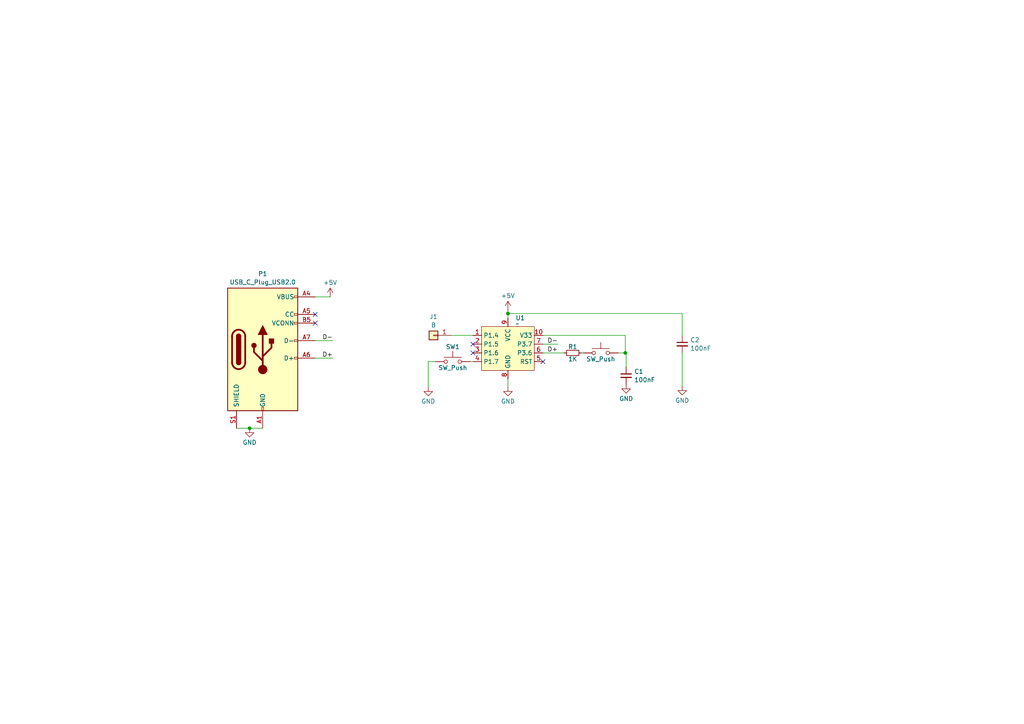
<source format=kicad_sch>
(kicad_sch (version 20231120) (generator "eeschema") (generator_version "8.0")
  (paper "A4")
  (lib_symbols
    (symbol "Connector:USB_C_Plug_USB2.0" (pin_names (offset 1.016))
      (property "Reference" "P" (at -10.16 19.05 0))
      (property "Value" "USB_C_Plug_USB2.0" (at 12.7 19.05 0))
      (symbol "USB_C_Plug_USB2.0_0_0"
        (rectangle (start -0.254 -17.78) (end 0.254 -16.764))
        (rectangle (start 10.16 -2.286) (end 9.144 -2.794))
        (rectangle (start 10.16 2.794) (end 9.144 2.286))
        (rectangle (start 10.16 7.874) (end 9.144 7.366))
        (rectangle (start 10.16 10.414) (end 9.144 9.906))
        (rectangle (start 10.16 15.494) (end 9.144 14.986))
      )
      (symbol "USB_C_Plug_USB2.0_0_1"
        (rectangle (start -10.16 17.78) (end 10.16 -17.78) (stroke (width 0.254)) (fill (type background)))
        (arc (start -8.89 -3.81) (mid -6.985 -5.7067) (end -5.08 -3.81) (stroke (width 0.508)))
        (arc (start -7.62 -3.81) (mid -6.985 -4.4423) (end -6.35 -3.81) (stroke (width 0.254)))
        (arc (start -7.62 -3.81) (mid -6.985 -4.4423) (end -6.35 -3.81) (stroke (width 0.254)) (fill (type outline)))
        (rectangle (start -7.62 -3.81) (end -6.35 3.81) (stroke (width 0.254)) (fill (type outline)))
        (arc (start -6.35 3.81) (mid -6.985 4.4423) (end -7.62 3.81) (stroke (width 0.254)))
        (arc (start -6.35 3.81) (mid -6.985 4.4423) (end -7.62 3.81) (stroke (width 0.254)) (fill (type outline)))
        (arc (start -5.08 3.81) (mid -6.985 5.7067) (end -8.89 3.81) (stroke (width 0.508)))
        (circle (center -2.54 1.143) (radius 0.635) (stroke (width 0.254)) (fill (type outline)))
        (circle (center 0 -5.842) (radius 1.27) (fill (type outline)))
        (polyline (pts (xy -8.89 -3.81) (xy -8.89 3.81)) (stroke (width 0.508)))
        (polyline (pts (xy -5.08 3.81) (xy -5.08 -3.81)) (stroke (width 0.508)))
        (polyline (pts (xy 0 -5.842) (xy 0 4.318)) (stroke (width 0.508)))
        (polyline (pts (xy 0 -3.302) (xy -2.54 -0.762) (xy -2.54 0.508)) (stroke (width 0.508)))
        (polyline (pts (xy 0 -2.032) (xy 2.54 0.508) (xy 2.54 1.778)) (stroke (width 0.508)))
        (polyline (pts (xy -1.27 4.318) (xy 0 6.858) (xy 1.27 4.318) (xy -1.27 4.318)) (stroke (width 0.254)) (fill (type outline)))
        (rectangle (start 1.905 1.778) (end 3.175 3.048) (stroke (width 0.254)) (fill (type outline)))
      )
      (symbol "USB_C_Plug_USB2.0_1_1"
        (pin passive line (at 0 -22.86 90) (length 5.08) (name "GND") (number "A1"))
        (pin passive line (at 0 -22.86 90) (length 5.08) hide (name "GND") (number "A12"))
        (pin passive line (at 15.24 15.24 180) (length 5.08) (name "VBUS") (number "A4"))
        (pin bidirectional line (at 15.24 10.16 180) (length 5.08) (name "CC") (number "A5"))
        (pin bidirectional line (at 15.24 -2.54 180) (length 5.08) (name "D+") (number "A6"))
        (pin bidirectional line (at 15.24 2.54 180) (length 5.08) (name "D-") (number "A7"))
        (pin passive line (at 15.24 15.24 180) (length 5.08) hide (name "VBUS") (number "A9"))
        (pin passive line (at 0 -22.86 90) (length 5.08) hide (name "GND") (number "B1"))
        (pin passive line (at 0 -22.86 90) (length 5.08) hide (name "GND") (number "B12"))
        (pin passive line (at 15.24 15.24 180) (length 5.08) hide (name "VBUS") (number "B4"))
        (pin bidirectional line (at 15.24 7.62 180) (length 5.08) (name "VCONN") (number "B5"))
        (pin passive line (at 15.24 15.24 180) (length 5.08) hide (name "VBUS") (number "B9"))
        (pin passive line (at -7.62 -22.86 90) (length 5.08) (name "SHIELD") (number "S1"))
      )
    )
    (symbol "Connector_Generic:Conn_01x01" (pin_names (offset 1.016) hide)
      (property "Reference" "J" (at 0 2.54 0))
      (property "Value" "Conn_01x01" (at 0 -2.54 0))
      (symbol "Conn_01x01_1_1"
        (rectangle (start -1.27 0.127) (end 0 -0.127) (stroke (width 0.1524)))
        (rectangle (start -1.27 1.27) (end 1.27 -1.27) (stroke (width 0.254)) (fill (type background)))
        (pin passive line (at -5.08 0 0) (length 3.81) (name "Pin_1") (number "1"))
      )
    )
    (symbol "Device:C_Small" (pin_numbers hide) (pin_names (offset 0.254) hide)
      (property "Reference" "C" (at 0.254 1.778 0))
      (property "Value" "C_Small" (at 0.254 -2.032 0))
      (symbol "C_Small_0_1"
        (polyline (pts (xy -1.524 -0.508) (xy 1.524 -0.508)) (stroke (width 0.3302)))
        (polyline (pts (xy -1.524 0.508) (xy 1.524 0.508)) (stroke (width 0.3048)))
      )
      (symbol "C_Small_1_1"
        (pin passive line (at 0 2.54 270) (length 2.032) (name "~") (number "1"))
        (pin passive line (at 0 -2.54 90) (length 2.032) (name "~") (number "2"))
      )
    )
    (symbol "Device:R_Small" (pin_numbers hide) (pin_names (offset 0.254) hide)
      (property "Reference" "R" (at 0.762 0.508 0))
      (property "Value" "R_Small" (at 0.762 -1.016 0))
      (symbol "R_Small_0_1"
        (rectangle (start -0.762 1.778) (end 0.762 -1.778) (stroke (width 0.2032)))
      )
      (symbol "R_Small_1_1"
        (pin passive line (at 0 2.54 270) (length 0.762) (name "~") (number "1"))
        (pin passive line (at 0 -2.54 90) (length 0.762) (name "~") (number "2"))
      )
    )
    (symbol "Switch:SW_Push" (pin_numbers hide) (pin_names (offset 1.016) hide)
      (property "Reference" "SW" (at 1.27 2.54 0))
      (property "Value" "SW_Push" (at 0 -1.524 0))
      (symbol "SW_Push_0_1"
        (circle (center -2.032 0) (radius 0.508))
        (polyline (pts (xy 0 1.27) (xy 0 3.048)))
        (polyline (pts (xy 2.54 1.27) (xy -2.54 1.27)))
        (circle (center 2.032 0) (radius 0.508))
        (pin passive line (at -5.08 0 0) (length 2.54) (name "1") (number "1"))
        (pin passive line (at 5.08 0 180) (length 2.54) (name "2") (number "2"))
      )
    )
    (symbol "easyeda2kicad:CH552"
      (property "Reference" "U" (at 0 -8.89 0))
      (symbol "CH552_0_1"
        (rectangle (start -7.62 -2.54) (end 7.62 -15.24) (fill (type background)))
        (pin unspecified line (at 10.16 -5.08 180) (length 2.54) (name "V33") (number "10"))
      )
      (symbol "CH552_1_1"
        (pin unspecified line (at -10.16 -5.08 0) (length 2.54) (name "P1.4") (number "1"))
        (pin unspecified line (at -10.16 -7.62 0) (length 2.54) (name "P1.5") (number "2"))
        (pin unspecified line (at -10.16 -10.16 0) (length 2.54) (name "P1.6") (number "3"))
        (pin unspecified line (at -10.16 -12.7 0) (length 2.54) (name "P1.7") (number "4"))
        (pin unspecified line (at 10.16 -12.7 180) (length 2.54) (name "RST") (number "5"))
        (pin unspecified line (at 10.16 -10.16 180) (length 2.54) (name "P3.6") (number "6"))
        (pin unspecified line (at 10.16 -7.62 180) (length 2.54) (name "P3.7") (number "7"))
        (pin unspecified line (at 0 -17.78 90) (length 2.54) (name "GND") (number "8"))
        (pin unspecified line (at 0 0 270) (length 2.54) (name "VCC") (number "9"))
      )
    )
    (symbol "power:+5V" (power) (pin_numbers hide) (pin_names (offset 0) hide)
      (property "Value" "+5V" (at 0 3.556 0))
      (symbol "+5V_0_1"
        (polyline (pts (xy -0.762 1.27) (xy 0 2.54)))
        (polyline (pts (xy 0 0) (xy 0 2.54)))
        (polyline (pts (xy 0 2.54) (xy 0.762 1.27)))
      )
      (symbol "+5V_1_1"
        (pin power_in line (at 0 0 90) (length 0) (name "~") (number "1"))
      )
    )
    (symbol "power:GND" (power) (pin_numbers hide) (pin_names (offset 0) hide)
      (property "Value" "GND" (at 0 -3.81 0))
      (symbol "GND_0_1"
        (polyline (pts (xy 0 0) (xy 0 -1.27) (xy 1.27 -1.27) (xy 0 -2.54) (xy -1.27 -1.27) (xy 0 -1.27)))
      )
      (symbol "GND_1_1"
        (pin power_in line (at 0 0 270) (length 0) (name "~") (number "1"))
      )
    )
  )
  (junction (at 72.39 124.206))
  (junction (at 147.32 90.932))
  (junction (at 181.356 102.362))
  (no_connect (at 91.44 93.726))
  (no_connect (at 137.16 99.822))
  (no_connect (at 137.16 102.362))
  (no_connect (at 157.48 104.902))
  (no_connect (at 91.44 91.186))
  (wire (pts (xy 137.16 97.282) (xy 130.81 97.282)))
  (wire (pts (xy 181.61 102.362) (xy 181.356 102.362)))
  (wire (pts (xy 181.356 97.282) (xy 181.356 102.362)))
  (wire (pts (xy 95.758 86.106) (xy 91.44 86.106)))
  (wire (pts (xy 136.398 104.902) (xy 137.16 104.902)))
  (wire (pts (xy 157.48 97.282) (xy 181.356 97.282)))
  (wire (pts (xy 147.32 90.932) (xy 147.32 92.202)))
  (wire (pts (xy 147.32 90.932) (xy 197.866 90.932)))
  (wire (pts (xy 169.164 102.362) (xy 168.656 102.362)))
  (wire (pts (xy 179.324 102.362) (xy 181.356 102.362)))
  (wire (pts (xy 157.48 102.362) (xy 163.576 102.362)))
  (wire (pts (xy 161.798 99.822) (xy 157.48 99.822)))
  (wire (pts (xy 197.866 90.932) (xy 197.866 97.282)))
  (wire (pts (xy 96.52 98.806) (xy 91.44 98.806)))
  (wire (pts (xy 76.2 124.206) (xy 72.39 124.206)))
  (wire (pts (xy 126.238 104.902) (xy 124.206 104.902)))
  (wire (pts (xy 96.52 103.886) (xy 91.44 103.886)))
  (wire (pts (xy 181.61 102.362) (xy 181.61 106.426)))
  (wire (pts (xy 147.32 109.982) (xy 147.32 112.268)))
  (wire (pts (xy 147.32 89.916) (xy 147.32 90.932)))
  (wire (pts (xy 124.206 104.902) (xy 124.206 112.268)))
  (wire (pts (xy 72.39 124.206) (xy 68.58 124.206)))
  (wire (pts (xy 197.866 102.362) (xy 197.866 112.014)))
  (label "D+" (at 96.52 103.886 180))
  (label "D-" (at 161.798 99.822 180))
  (label "D+" (at 161.798 102.362 180))
  (label "D-" (at 96.52 98.806 180))
  (symbol (lib_id "Device:C_Small") (at 197.866 99.822 0) (unit 1)
    (property "Reference" "C2" (at 200.1901 98.6161 0) (effects (justify left)))
    (property "Value" "100nF" (at 200.1901 101.0404 0) (effects (justify left)))
    (property "Footprint" "Capacitor_SMD:C_0603_1608Metric" (effects (hide yes)))
    (property "Description" "Unpolarized capacitor, small symbol" (effects (hide yes)))
  )
  (symbol (lib_id "power:GND") (at 124.206 112.268 0) (unit 1)
    (property "Reference" "#PWR04" (effects (hide yes)))
    (property "Value" "GND" (at 124.206 116.4011 0))
    (property "Description" "Power symbol creates a global label with name \"GND\" , ground" (effects (hide yes)))
  )
  (symbol (lib_id "Switch:SW_Push") (at 174.244 102.362 0) (unit 1)
    (property "Reference" "SW2" (effects (hide yes)))
    (property "Value" "SW_Push" (at 174.244 104.14 0))
    (property "Footprint" "Button_Switch_SMD:SW_Push_SPST_NO_Alps_SKRK" (effects (hide yes)))
    (property "Description" "Push button switch, generic, two pins" (effects (hide yes)))
  )
  (symbol (lib_id "Connector_Generic:Conn_01x01") (at 125.73 97.282 180) (unit 1)
    (property "Reference" "J1" (at 125.73 91.8675 0))
    (property "Value" "B" (at 125.73 94.2918 0))
    (property "Footprint" "TestPoint:TestPoint_Loop_D1.80mm_Drill1.0mm_Beaded" (effects (hide yes)))
    (property "Description" "Generic connector, single row, 01x01, script generated (kicad-library-utils/schlib/autogen/connector/)" (effects (hide yes)))
  )
  (symbol (lib_id "power:GND") (at 147.32 112.268 0) (unit 1)
    (property "Reference" "#PWR02" (effects (hide yes)))
    (property "Value" "GND" (at 147.32 116.4011 0))
    (property "Description" "Power symbol creates a global label with name \"GND\" , ground" (effects (hide yes)))
  )
  (symbol (lib_id "Device:C_Small") (at 181.61 108.966 0) (unit 1)
    (property "Reference" "C1" (at 183.9341 107.7601 0) (effects (justify left)))
    (property "Value" "100nF" (at 183.9341 110.1844 0) (effects (justify left)))
    (property "Footprint" "Capacitor_SMD:C_0603_1608Metric" (effects (hide yes)))
    (property "Description" "Unpolarized capacitor, small symbol" (effects (hide yes)))
  )
  (symbol (lib_id "easyeda2kicad:CH552") (at 147.32 92.202 0) (unit 1)
    (property "Reference" "U1" (at 149.5141 92.2105 0) (effects (justify left)))
    (property "Value" "~" (at 149.5141 93.8919 0) (effects (justify left)))
    (property "Footprint" "easyeda2kicad:MSOP-10_L3.0-W3.0-P0.50-LS5.0-BL" (effects (hide yes)))
  )
  (symbol (lib_id "Switch:SW_Push") (at 131.318 104.902 0) (unit 1)
    (property "Reference" "SW1" (at 131.318 100.584 0))
    (property "Value" "SW_Push" (at 131.318 106.68 0))
    (property "Footprint" "Button_Switch_SMD:SW_Push_1P1T_XKB_TS-1187A" (effects (hide yes)))
    (property "Description" "Push button switch, generic, two pins" (effects (hide yes)))
  )
  (symbol (lib_id "power:+5V") (at 147.32 89.916 0) (unit 1)
    (property "Reference" "#PWR01" (effects (hide yes)))
    (property "Value" "+5V" (at 147.32 85.7829 0))
    (property "Description" "Power symbol creates a global label with name \"+5V\"" (effects (hide yes)))
  )
  (symbol (lib_id "power:GND") (at 197.866 112.014 0) (unit 1)
    (property "Reference" "#PWR03" (effects (hide yes)))
    (property "Value" "GND" (at 197.866 116.1471 0))
    (property "Description" "Power symbol creates a global label with name \"GND\" , ground" (effects (hide yes)))
  )
  (symbol (lib_id "Device:R_Small") (at 166.116 102.362 90) (unit 1)
    (property "Reference" "R1" (at 166.116 100.584 90))
    (property "Value" "1K" (at 166.116 104.14 90))
    (property "Footprint" "Resistor_SMD:R_0603_1608Metric" (effects (hide yes)))
    (property "Description" "Resistor, small symbol" (effects (hide yes)))
  )
  (symbol (lib_id "Connector:USB_C_Plug_USB2.0") (at 76.2 101.346 0) (unit 1)
    (property "Reference" "P1" (at 76.2 79.4215 0))
    (property "Value" "USB_C_Plug_USB2.0" (at 76.2 81.8458 0))
    (property "Footprint" "Connector_USB:USB_C_Receptacle_GCT_USB4125-xx-x-0190_6P_TopMnt_Horizontal" (effects (hide yes)))
    (property "Datasheet" "https://www.usb.org/sites/default/files/documents/usb_type-c.zip" (effects (hide yes)))
    (property "Description" "USB 2.0-only Type-C Plug connector" (effects (hide yes)))
  )
  (symbol (lib_id "power:GND") (at 72.39 124.206 0) (unit 1)
    (property "Reference" "#PWR06" (effects (hide yes)))
    (property "Value" "GND" (at 72.39 128.3391 0))
    (property "Description" "Power symbol creates a global label with name \"GND\" , ground" (effects (hide yes)))
  )
  (symbol (lib_id "power:GND") (at 181.61 111.506 0) (unit 1)
    (property "Reference" "#PWR07" (effects (hide yes)))
    (property "Value" "GND" (at 181.61 115.6391 0))
    (property "Description" "Power symbol creates a global label with name \"GND\" , ground" (effects (hide yes)))
  )
  (symbol (lib_id "power:+5V") (at 95.758 86.106 0) (unit 1)
    (property "Reference" "#PWR05" (effects (hide yes)))
    (property "Value" "+5V" (at 95.758 81.9729 0))
    (property "Description" "Power symbol creates a global label with name \"+5V\"" (effects (hide yes)))
  )
)
</source>
